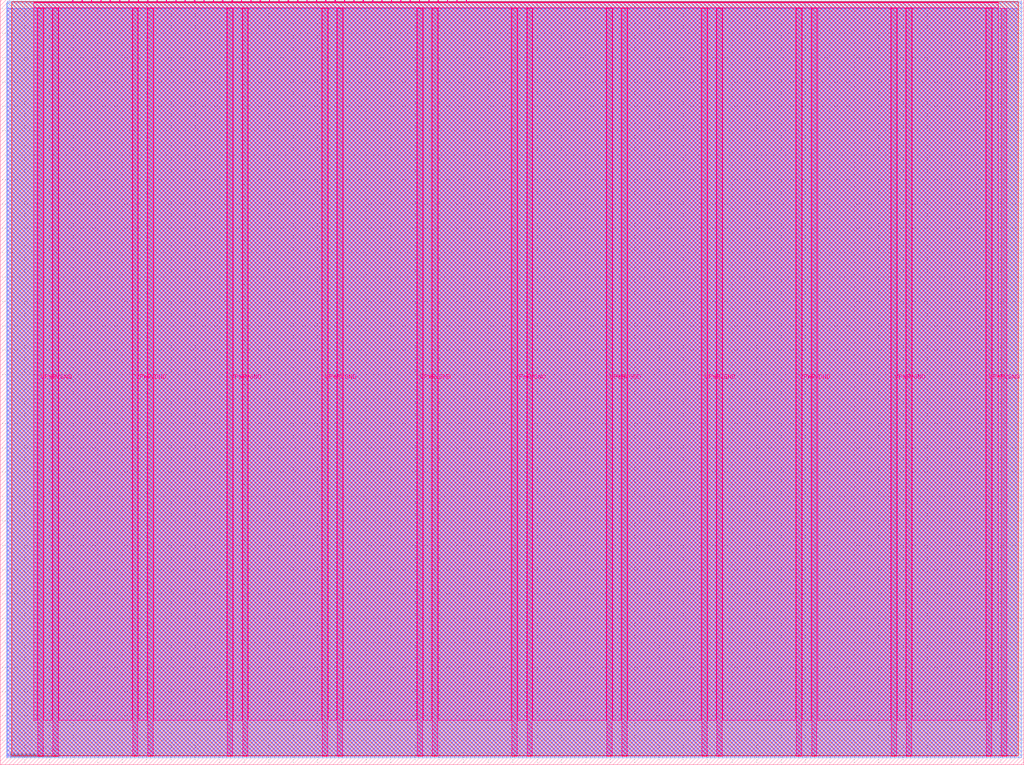
<source format=lef>
VERSION 5.7 ;
  NOWIREEXTENSIONATPIN ON ;
  DIVIDERCHAR "/" ;
  BUSBITCHARS "[]" ;
MACRO tt_um_a1k0n_vgadonut
  CLASS BLOCK ;
  FOREIGN tt_um_a1k0n_vgadonut ;
  ORIGIN 0.000 0.000 ;
  SIZE 419.520 BY 313.740 ;
  PIN VGND
    DIRECTION INOUT ;
    USE GROUND ;
    PORT
      LAYER Metal5 ;
        RECT 21.580 3.560 23.780 310.180 ;
    END
    PORT
      LAYER Metal5 ;
        RECT 60.450 3.560 62.650 310.180 ;
    END
    PORT
      LAYER Metal5 ;
        RECT 99.320 3.560 101.520 310.180 ;
    END
    PORT
      LAYER Metal5 ;
        RECT 138.190 3.560 140.390 310.180 ;
    END
    PORT
      LAYER Metal5 ;
        RECT 177.060 3.560 179.260 310.180 ;
    END
    PORT
      LAYER Metal5 ;
        RECT 215.930 3.560 218.130 310.180 ;
    END
    PORT
      LAYER Metal5 ;
        RECT 254.800 3.560 257.000 310.180 ;
    END
    PORT
      LAYER Metal5 ;
        RECT 293.670 3.560 295.870 310.180 ;
    END
    PORT
      LAYER Metal5 ;
        RECT 332.540 3.560 334.740 310.180 ;
    END
    PORT
      LAYER Metal5 ;
        RECT 371.410 3.560 373.610 310.180 ;
    END
    PORT
      LAYER Metal5 ;
        RECT 410.280 3.560 412.480 310.180 ;
    END
  END VGND
  PIN VPWR
    DIRECTION INOUT ;
    USE POWER ;
    PORT
      LAYER Metal5 ;
        RECT 15.380 3.560 17.580 310.180 ;
    END
    PORT
      LAYER Metal5 ;
        RECT 54.250 3.560 56.450 310.180 ;
    END
    PORT
      LAYER Metal5 ;
        RECT 93.120 3.560 95.320 310.180 ;
    END
    PORT
      LAYER Metal5 ;
        RECT 131.990 3.560 134.190 310.180 ;
    END
    PORT
      LAYER Metal5 ;
        RECT 170.860 3.560 173.060 310.180 ;
    END
    PORT
      LAYER Metal5 ;
        RECT 209.730 3.560 211.930 310.180 ;
    END
    PORT
      LAYER Metal5 ;
        RECT 248.600 3.560 250.800 310.180 ;
    END
    PORT
      LAYER Metal5 ;
        RECT 287.470 3.560 289.670 310.180 ;
    END
    PORT
      LAYER Metal5 ;
        RECT 326.340 3.560 328.540 310.180 ;
    END
    PORT
      LAYER Metal5 ;
        RECT 365.210 3.560 367.410 310.180 ;
    END
    PORT
      LAYER Metal5 ;
        RECT 404.080 3.560 406.280 310.180 ;
    END
  END VPWR
  PIN clk
    DIRECTION INPUT ;
    USE SIGNAL ;
    ANTENNAGATEAREA 0.213200 ;
    PORT
      LAYER Metal5 ;
        RECT 187.050 312.740 187.350 313.740 ;
    END
  END clk
  PIN ena
    DIRECTION INPUT ;
    USE SIGNAL ;
    PORT
      LAYER Metal5 ;
        RECT 190.890 312.740 191.190 313.740 ;
    END
  END ena
  PIN rst_n
    DIRECTION INPUT ;
    USE SIGNAL ;
    ANTENNAGATEAREA 0.943800 ;
    PORT
      LAYER Metal5 ;
        RECT 183.210 312.740 183.510 313.740 ;
    END
  END rst_n
  PIN ui_in[0]
    DIRECTION INPUT ;
    USE SIGNAL ;
    PORT
      LAYER Metal5 ;
        RECT 179.370 312.740 179.670 313.740 ;
    END
  END ui_in[0]
  PIN ui_in[1]
    DIRECTION INPUT ;
    USE SIGNAL ;
    PORT
      LAYER Metal5 ;
        RECT 175.530 312.740 175.830 313.740 ;
    END
  END ui_in[1]
  PIN ui_in[2]
    DIRECTION INPUT ;
    USE SIGNAL ;
    PORT
      LAYER Metal5 ;
        RECT 171.690 312.740 171.990 313.740 ;
    END
  END ui_in[2]
  PIN ui_in[3]
    DIRECTION INPUT ;
    USE SIGNAL ;
    PORT
      LAYER Metal5 ;
        RECT 167.850 312.740 168.150 313.740 ;
    END
  END ui_in[3]
  PIN ui_in[4]
    DIRECTION INPUT ;
    USE SIGNAL ;
    PORT
      LAYER Metal5 ;
        RECT 164.010 312.740 164.310 313.740 ;
    END
  END ui_in[4]
  PIN ui_in[5]
    DIRECTION INPUT ;
    USE SIGNAL ;
    PORT
      LAYER Metal5 ;
        RECT 160.170 312.740 160.470 313.740 ;
    END
  END ui_in[5]
  PIN ui_in[6]
    DIRECTION INPUT ;
    USE SIGNAL ;
    PORT
      LAYER Metal5 ;
        RECT 156.330 312.740 156.630 313.740 ;
    END
  END ui_in[6]
  PIN ui_in[7]
    DIRECTION INPUT ;
    USE SIGNAL ;
    PORT
      LAYER Metal5 ;
        RECT 152.490 312.740 152.790 313.740 ;
    END
  END ui_in[7]
  PIN uio_in[0]
    DIRECTION INPUT ;
    USE SIGNAL ;
    PORT
      LAYER Metal5 ;
        RECT 148.650 312.740 148.950 313.740 ;
    END
  END uio_in[0]
  PIN uio_in[1]
    DIRECTION INPUT ;
    USE SIGNAL ;
    PORT
      LAYER Metal5 ;
        RECT 144.810 312.740 145.110 313.740 ;
    END
  END uio_in[1]
  PIN uio_in[2]
    DIRECTION INPUT ;
    USE SIGNAL ;
    PORT
      LAYER Metal5 ;
        RECT 140.970 312.740 141.270 313.740 ;
    END
  END uio_in[2]
  PIN uio_in[3]
    DIRECTION INPUT ;
    USE SIGNAL ;
    PORT
      LAYER Metal5 ;
        RECT 137.130 312.740 137.430 313.740 ;
    END
  END uio_in[3]
  PIN uio_in[4]
    DIRECTION INPUT ;
    USE SIGNAL ;
    PORT
      LAYER Metal5 ;
        RECT 133.290 312.740 133.590 313.740 ;
    END
  END uio_in[4]
  PIN uio_in[5]
    DIRECTION INPUT ;
    USE SIGNAL ;
    PORT
      LAYER Metal5 ;
        RECT 129.450 312.740 129.750 313.740 ;
    END
  END uio_in[5]
  PIN uio_in[6]
    DIRECTION INPUT ;
    USE SIGNAL ;
    PORT
      LAYER Metal5 ;
        RECT 125.610 312.740 125.910 313.740 ;
    END
  END uio_in[6]
  PIN uio_in[7]
    DIRECTION INPUT ;
    USE SIGNAL ;
    PORT
      LAYER Metal5 ;
        RECT 121.770 312.740 122.070 313.740 ;
    END
  END uio_in[7]
  PIN uio_oe[0]
    DIRECTION OUTPUT ;
    USE SIGNAL ;
    ANTENNADIFFAREA 0.299200 ;
    PORT
      LAYER Metal5 ;
        RECT 56.490 312.740 56.790 313.740 ;
    END
  END uio_oe[0]
  PIN uio_oe[1]
    DIRECTION OUTPUT ;
    USE SIGNAL ;
    ANTENNADIFFAREA 0.299200 ;
    PORT
      LAYER Metal5 ;
        RECT 52.650 312.740 52.950 313.740 ;
    END
  END uio_oe[1]
  PIN uio_oe[2]
    DIRECTION OUTPUT ;
    USE SIGNAL ;
    ANTENNADIFFAREA 0.299200 ;
    PORT
      LAYER Metal5 ;
        RECT 48.810 312.740 49.110 313.740 ;
    END
  END uio_oe[2]
  PIN uio_oe[3]
    DIRECTION OUTPUT ;
    USE SIGNAL ;
    ANTENNADIFFAREA 0.299200 ;
    PORT
      LAYER Metal5 ;
        RECT 44.970 312.740 45.270 313.740 ;
    END
  END uio_oe[3]
  PIN uio_oe[4]
    DIRECTION OUTPUT ;
    USE SIGNAL ;
    ANTENNADIFFAREA 0.299200 ;
    PORT
      LAYER Metal5 ;
        RECT 41.130 312.740 41.430 313.740 ;
    END
  END uio_oe[4]
  PIN uio_oe[5]
    DIRECTION OUTPUT ;
    USE SIGNAL ;
    ANTENNADIFFAREA 0.299200 ;
    PORT
      LAYER Metal5 ;
        RECT 37.290 312.740 37.590 313.740 ;
    END
  END uio_oe[5]
  PIN uio_oe[6]
    DIRECTION OUTPUT ;
    USE SIGNAL ;
    ANTENNADIFFAREA 0.299200 ;
    PORT
      LAYER Metal5 ;
        RECT 33.450 312.740 33.750 313.740 ;
    END
  END uio_oe[6]
  PIN uio_oe[7]
    DIRECTION OUTPUT ;
    USE SIGNAL ;
    ANTENNADIFFAREA 0.299200 ;
    PORT
      LAYER Metal5 ;
        RECT 29.610 312.740 29.910 313.740 ;
    END
  END uio_oe[7]
  PIN uio_out[0]
    DIRECTION OUTPUT ;
    USE SIGNAL ;
    ANTENNADIFFAREA 0.299200 ;
    PORT
      LAYER Metal5 ;
        RECT 87.210 312.740 87.510 313.740 ;
    END
  END uio_out[0]
  PIN uio_out[1]
    DIRECTION OUTPUT ;
    USE SIGNAL ;
    ANTENNADIFFAREA 0.299200 ;
    PORT
      LAYER Metal5 ;
        RECT 83.370 312.740 83.670 313.740 ;
    END
  END uio_out[1]
  PIN uio_out[2]
    DIRECTION OUTPUT ;
    USE SIGNAL ;
    ANTENNADIFFAREA 0.299200 ;
    PORT
      LAYER Metal5 ;
        RECT 79.530 312.740 79.830 313.740 ;
    END
  END uio_out[2]
  PIN uio_out[3]
    DIRECTION OUTPUT ;
    USE SIGNAL ;
    ANTENNADIFFAREA 0.299200 ;
    PORT
      LAYER Metal5 ;
        RECT 75.690 312.740 75.990 313.740 ;
    END
  END uio_out[3]
  PIN uio_out[4]
    DIRECTION OUTPUT ;
    USE SIGNAL ;
    ANTENNADIFFAREA 0.299200 ;
    PORT
      LAYER Metal5 ;
        RECT 71.850 312.740 72.150 313.740 ;
    END
  END uio_out[4]
  PIN uio_out[5]
    DIRECTION OUTPUT ;
    USE SIGNAL ;
    ANTENNADIFFAREA 0.299200 ;
    PORT
      LAYER Metal5 ;
        RECT 68.010 312.740 68.310 313.740 ;
    END
  END uio_out[5]
  PIN uio_out[6]
    DIRECTION OUTPUT ;
    USE SIGNAL ;
    ANTENNADIFFAREA 0.299200 ;
    PORT
      LAYER Metal5 ;
        RECT 64.170 312.740 64.470 313.740 ;
    END
  END uio_out[6]
  PIN uio_out[7]
    DIRECTION OUTPUT ;
    USE SIGNAL ;
    ANTENNADIFFAREA 0.299200 ;
    PORT
      LAYER Metal5 ;
        RECT 60.330 312.740 60.630 313.740 ;
    END
  END uio_out[7]
  PIN uo_out[0]
    DIRECTION OUTPUT ;
    USE SIGNAL ;
    ANTENNADIFFAREA 0.632400 ;
    PORT
      LAYER Metal5 ;
        RECT 117.930 312.740 118.230 313.740 ;
    END
  END uo_out[0]
  PIN uo_out[1]
    DIRECTION OUTPUT ;
    USE SIGNAL ;
    ANTENNADIFFAREA 0.632400 ;
    PORT
      LAYER Metal5 ;
        RECT 114.090 312.740 114.390 313.740 ;
    END
  END uo_out[1]
  PIN uo_out[2]
    DIRECTION OUTPUT ;
    USE SIGNAL ;
    ANTENNADIFFAREA 0.632400 ;
    PORT
      LAYER Metal5 ;
        RECT 110.250 312.740 110.550 313.740 ;
    END
  END uo_out[2]
  PIN uo_out[3]
    DIRECTION OUTPUT ;
    USE SIGNAL ;
    ANTENNADIFFAREA 0.706800 ;
    PORT
      LAYER Metal5 ;
        RECT 106.410 312.740 106.710 313.740 ;
    END
  END uo_out[3]
  PIN uo_out[4]
    DIRECTION OUTPUT ;
    USE SIGNAL ;
    ANTENNADIFFAREA 0.632400 ;
    PORT
      LAYER Metal5 ;
        RECT 102.570 312.740 102.870 313.740 ;
    END
  END uo_out[4]
  PIN uo_out[5]
    DIRECTION OUTPUT ;
    USE SIGNAL ;
    ANTENNADIFFAREA 0.632400 ;
    PORT
      LAYER Metal5 ;
        RECT 98.730 312.740 99.030 313.740 ;
    END
  END uo_out[5]
  PIN uo_out[6]
    DIRECTION OUTPUT ;
    USE SIGNAL ;
    ANTENNADIFFAREA 0.632400 ;
    PORT
      LAYER Metal5 ;
        RECT 94.890 312.740 95.190 313.740 ;
    END
  END uo_out[6]
  PIN uo_out[7]
    DIRECTION OUTPUT ;
    USE SIGNAL ;
    ANTENNADIFFAREA 0.654800 ;
    PORT
      LAYER Metal5 ;
        RECT 91.050 312.740 91.350 313.740 ;
    END
  END uo_out[7]
  OBS
      LAYER GatPoly ;
        RECT 2.880 3.630 416.640 310.110 ;
      LAYER Metal1 ;
        RECT 2.880 3.560 416.640 310.180 ;
      LAYER Metal2 ;
        RECT 2.605 2.840 418.705 312.580 ;
      LAYER Metal3 ;
        RECT 2.780 2.795 418.660 313.045 ;
      LAYER Metal4 ;
        RECT 4.655 3.680 417.265 313.000 ;
      LAYER Metal5 ;
        RECT 13.820 312.530 29.400 312.740 ;
        RECT 30.120 312.530 33.240 312.740 ;
        RECT 33.960 312.530 37.080 312.740 ;
        RECT 37.800 312.530 40.920 312.740 ;
        RECT 41.640 312.530 44.760 312.740 ;
        RECT 45.480 312.530 48.600 312.740 ;
        RECT 49.320 312.530 52.440 312.740 ;
        RECT 53.160 312.530 56.280 312.740 ;
        RECT 57.000 312.530 60.120 312.740 ;
        RECT 60.840 312.530 63.960 312.740 ;
        RECT 64.680 312.530 67.800 312.740 ;
        RECT 68.520 312.530 71.640 312.740 ;
        RECT 72.360 312.530 75.480 312.740 ;
        RECT 76.200 312.530 79.320 312.740 ;
        RECT 80.040 312.530 83.160 312.740 ;
        RECT 83.880 312.530 87.000 312.740 ;
        RECT 87.720 312.530 90.840 312.740 ;
        RECT 91.560 312.530 94.680 312.740 ;
        RECT 95.400 312.530 98.520 312.740 ;
        RECT 99.240 312.530 102.360 312.740 ;
        RECT 103.080 312.530 106.200 312.740 ;
        RECT 106.920 312.530 110.040 312.740 ;
        RECT 110.760 312.530 113.880 312.740 ;
        RECT 114.600 312.530 117.720 312.740 ;
        RECT 118.440 312.530 121.560 312.740 ;
        RECT 122.280 312.530 125.400 312.740 ;
        RECT 126.120 312.530 129.240 312.740 ;
        RECT 129.960 312.530 133.080 312.740 ;
        RECT 133.800 312.530 136.920 312.740 ;
        RECT 137.640 312.530 140.760 312.740 ;
        RECT 141.480 312.530 144.600 312.740 ;
        RECT 145.320 312.530 148.440 312.740 ;
        RECT 149.160 312.530 152.280 312.740 ;
        RECT 153.000 312.530 156.120 312.740 ;
        RECT 156.840 312.530 159.960 312.740 ;
        RECT 160.680 312.530 163.800 312.740 ;
        RECT 164.520 312.530 167.640 312.740 ;
        RECT 168.360 312.530 171.480 312.740 ;
        RECT 172.200 312.530 175.320 312.740 ;
        RECT 176.040 312.530 179.160 312.740 ;
        RECT 179.880 312.530 183.000 312.740 ;
        RECT 183.720 312.530 186.840 312.740 ;
        RECT 187.560 312.530 190.680 312.740 ;
        RECT 191.400 312.530 409.060 312.740 ;
        RECT 13.820 310.390 409.060 312.530 ;
        RECT 13.820 18.335 15.170 310.390 ;
        RECT 17.790 18.335 21.370 310.390 ;
        RECT 23.990 18.335 54.040 310.390 ;
        RECT 56.660 18.335 60.240 310.390 ;
        RECT 62.860 18.335 92.910 310.390 ;
        RECT 95.530 18.335 99.110 310.390 ;
        RECT 101.730 18.335 131.780 310.390 ;
        RECT 134.400 18.335 137.980 310.390 ;
        RECT 140.600 18.335 170.650 310.390 ;
        RECT 173.270 18.335 176.850 310.390 ;
        RECT 179.470 18.335 209.520 310.390 ;
        RECT 212.140 18.335 215.720 310.390 ;
        RECT 218.340 18.335 248.390 310.390 ;
        RECT 251.010 18.335 254.590 310.390 ;
        RECT 257.210 18.335 287.260 310.390 ;
        RECT 289.880 18.335 293.460 310.390 ;
        RECT 296.080 18.335 326.130 310.390 ;
        RECT 328.750 18.335 332.330 310.390 ;
        RECT 334.950 18.335 365.000 310.390 ;
        RECT 367.620 18.335 371.200 310.390 ;
        RECT 373.820 18.335 403.870 310.390 ;
        RECT 406.490 18.335 409.060 310.390 ;
  END
END tt_um_a1k0n_vgadonut
END LIBRARY


</source>
